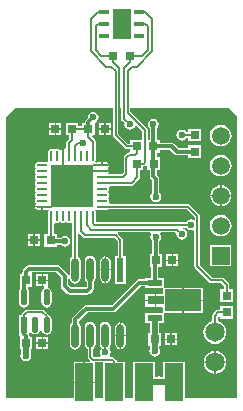
<source format=gtl>
G04*
G04 #@! TF.GenerationSoftware,Altium Limited,CircuitStudio,1.5.2 (30)*
G04*
G04 Layer_Physical_Order=1*
G04 Layer_Color=255*
%FSLAX25Y25*%
%MOIN*%
G70*
G01*
G75*
%ADD10R,0.06000X0.12598*%
%ADD11O,0.02400X0.08000*%
%ADD12R,0.02400X0.08000*%
%ADD13R,0.05118X0.02165*%
%ADD14R,0.05807X0.03150*%
%ADD15R,0.12303X0.07284*%
G04:AMPARAMS|DCode=16|XSize=55.4mil|YSize=22.67mil|CornerRadius=11.34mil|HoleSize=0mil|Usage=FLASHONLY|Rotation=90.000|XOffset=0mil|YOffset=0mil|HoleType=Round|Shape=RoundedRectangle|*
%AMROUNDEDRECTD16*
21,1,0.05540,0.00000,0,0,90.0*
21,1,0.03273,0.02267,0,0,90.0*
1,1,0.02267,0.00000,0.01636*
1,1,0.02267,0.00000,-0.01636*
1,1,0.02267,0.00000,-0.01636*
1,1,0.02267,0.00000,0.01636*
%
%ADD16ROUNDEDRECTD16*%
%ADD17R,0.02267X0.05540*%
%ADD18R,0.03000X0.03000*%
%ADD19R,0.03000X0.03000*%
%ADD20O,0.00984X0.03543*%
%ADD21O,0.03543X0.00984*%
%ADD22R,0.14173X0.14173*%
%ADD23R,0.03347X0.01772*%
%ADD24R,0.06299X0.09843*%
%ADD25C,0.01969*%
%ADD26C,0.00600*%
%ADD27C,0.00787*%
%ADD28C,0.01181*%
%ADD29C,0.05906*%
%ADD30R,0.05906X0.05906*%
%ADD31C,0.06500*%
%ADD32C,0.02362*%
%ADD33C,0.02756*%
G36*
X335415Y208956D02*
Y208194D01*
X335023Y207985D01*
X334915Y207983D01*
X334252Y208115D01*
X333557Y207977D01*
X332968Y207583D01*
X332723Y207217D01*
X302788D01*
X302692Y207299D01*
X302441Y207717D01*
X302491Y207972D01*
Y210531D01*
X302407Y210958D01*
X302296Y211122D01*
X302657Y211483D01*
X302822Y211373D01*
X303248Y211288D01*
X305807D01*
X306233Y211373D01*
X306399Y211484D01*
X332888D01*
X335415Y208956D01*
D02*
G37*
G36*
X349606Y242520D02*
Y148425D01*
X332124D01*
Y160718D01*
X324924D01*
Y155552D01*
X324411D01*
X324317Y155615D01*
X323622Y155753D01*
X322927Y155615D01*
X322834Y155552D01*
X322124D01*
Y160718D01*
X314924D01*
Y148425D01*
X312124D01*
Y160718D01*
X309441D01*
Y160768D01*
X309371Y161119D01*
X309173Y161417D01*
X308523Y162066D01*
X308225Y162265D01*
X307874Y162335D01*
X307329D01*
X307062Y162835D01*
X307308Y163203D01*
X307446Y163898D01*
X307308Y164593D01*
X306914Y165182D01*
X307174Y165609D01*
X307326Y165836D01*
X307465Y166539D01*
Y172139D01*
X307326Y172841D01*
X306928Y173436D01*
X306332Y173834D01*
X305630Y173974D01*
X304928Y173834D01*
X304332Y173436D01*
X303934Y172841D01*
X303795Y172139D01*
Y166539D01*
X303934Y165836D01*
X304086Y165609D01*
X304346Y165182D01*
X303952Y164593D01*
X303814Y163898D01*
X303952Y163203D01*
X304198Y162835D01*
X303931Y162335D01*
X301955D01*
X301548Y162742D01*
Y164987D01*
X301928Y165241D01*
X302326Y165836D01*
X302465Y166539D01*
Y172139D01*
X302326Y172841D01*
X301928Y173436D01*
X301332Y173834D01*
X300630Y173974D01*
X299928Y173834D01*
X299332Y173436D01*
X298934Y172841D01*
X298795Y172139D01*
Y166539D01*
X298934Y165836D01*
X299332Y165241D01*
X299712Y164987D01*
Y162362D01*
X299782Y162011D01*
X299981Y161713D01*
X300576Y161118D01*
X300369Y160618D01*
X298774D01*
Y154069D01*
X302024D01*
Y160500D01*
X304924D01*
Y148425D01*
X302024D01*
Y153569D01*
X295024D01*
Y148425D01*
X272441D01*
Y242126D01*
X275590Y245276D01*
X308119D01*
Y236239D01*
X308188Y235888D01*
X308387Y235591D01*
X312169Y231809D01*
X312466Y231610D01*
X312817Y231541D01*
X313992D01*
Y230445D01*
X313386D01*
X313035Y230375D01*
X312737Y230176D01*
X311950Y229389D01*
X311751Y229091D01*
X311681Y228740D01*
Y223608D01*
X311234Y223162D01*
X306854D01*
X306850Y223166D01*
X306632Y223662D01*
X306742Y223826D01*
X306769Y223963D01*
X304528D01*
Y224463D01*
X306769D01*
X306742Y224600D01*
X306522Y224928D01*
Y225466D01*
X306742Y225794D01*
X306769Y225931D01*
X304528D01*
Y226181D01*
X304278D01*
Y227193D01*
X303248D01*
X302861Y227116D01*
X302764Y227051D01*
X302396Y227232D01*
X302298Y227462D01*
X302407Y227625D01*
X302491Y228051D01*
Y230610D01*
X302407Y231036D01*
X302391Y231060D01*
Y234055D01*
X302314Y234443D01*
X302094Y234771D01*
X301277Y235589D01*
X301484Y236089D01*
X302100D01*
Y240289D01*
X302477Y240586D01*
X302859Y240842D01*
X303253Y241431D01*
X303391Y242126D01*
X303253Y242821D01*
X302859Y243410D01*
X302270Y243804D01*
X301575Y243942D01*
X300880Y243804D01*
X300291Y243410D01*
X299897Y242821D01*
X299759Y242126D01*
X299775Y242043D01*
X299142Y241409D01*
X298879Y241016D01*
X298786Y240551D01*
X298406Y240289D01*
X297900D01*
Y239202D01*
X296588D01*
Y240289D01*
X292388D01*
Y236089D01*
X293475D01*
Y235065D01*
X292788Y234378D01*
X292568Y234049D01*
X292491Y233661D01*
Y231767D01*
X291991Y231499D01*
X291922Y231545D01*
X291785Y231572D01*
Y229331D01*
X291285D01*
Y231572D01*
X291148Y231545D01*
X290947Y231410D01*
X290354Y231398D01*
X289993Y231639D01*
X289567Y231724D01*
X289141Y231639D01*
X288923Y231493D01*
X288583Y231433D01*
X288242Y231493D01*
X288025Y231639D01*
X287598Y231724D01*
X287172Y231639D01*
X286811Y231398D01*
X286570Y231036D01*
X286485Y230610D01*
Y228051D01*
X286570Y227625D01*
X286680Y227460D01*
X286319Y227100D01*
X286155Y227210D01*
X285728Y227295D01*
X283169D01*
X282743Y227210D01*
X282382Y226969D01*
X282140Y226607D01*
X282056Y226181D01*
X282140Y225755D01*
X282286Y225537D01*
X282347Y225197D01*
X282286Y224856D01*
X282140Y224639D01*
X282056Y224213D01*
X282140Y223786D01*
X282286Y223569D01*
X282347Y223228D01*
X282286Y222888D01*
X282140Y222670D01*
X282056Y222244D01*
X282140Y221818D01*
X282286Y221600D01*
X282347Y221260D01*
X282286Y220919D01*
X282140Y220702D01*
X282056Y220276D01*
X282140Y219849D01*
X282286Y219632D01*
X282347Y219291D01*
X282286Y218951D01*
X282140Y218733D01*
X282056Y218307D01*
X282140Y217881D01*
X282286Y217663D01*
X282347Y217323D01*
X282286Y216982D01*
X282140Y216765D01*
X282056Y216339D01*
X282140Y215912D01*
X282286Y215695D01*
X282347Y215354D01*
X282286Y215014D01*
X282140Y214796D01*
X282056Y214370D01*
X282140Y213944D01*
X282382Y213583D01*
X282369Y212990D01*
X282235Y212789D01*
X282207Y212652D01*
X284449D01*
Y212402D01*
X284699D01*
Y211390D01*
X285728D01*
X286116Y211467D01*
X286213Y211532D01*
X286580Y211351D01*
X286679Y211121D01*
X286570Y210958D01*
X286485Y210531D01*
Y207972D01*
X286570Y207546D01*
X286585Y207523D01*
Y203281D01*
X285302D01*
Y199081D01*
X289502D01*
Y199574D01*
X290795D01*
X290842Y199503D01*
X291431Y199110D01*
X292126Y198971D01*
X292821Y199110D01*
X293410Y199503D01*
X293804Y200093D01*
X293942Y200787D01*
X293804Y201482D01*
X293410Y202071D01*
X292821Y202465D01*
X292126Y202603D01*
X291431Y202465D01*
X290842Y202071D01*
X290795Y202001D01*
X289502D01*
Y203281D01*
X288612D01*
Y206696D01*
X289112Y206963D01*
X289141Y206944D01*
X289567Y206859D01*
X289993Y206944D01*
X290211Y207089D01*
X290551Y207150D01*
X290892Y207089D01*
X291109Y206944D01*
X291535Y206859D01*
X291962Y206944D01*
X292179Y207089D01*
X292520Y207150D01*
X292860Y207089D01*
X293078Y206944D01*
X293504Y206859D01*
X293930Y206944D01*
X294055Y207027D01*
X294555Y206760D01*
Y195585D01*
X294332Y195436D01*
X293934Y194841D01*
X293795Y194139D01*
Y189647D01*
X293295Y189597D01*
X293247Y189835D01*
X292984Y190228D01*
X290622Y192591D01*
X290228Y192854D01*
X289764Y192946D01*
X289764Y192946D01*
X280315D01*
X280315Y192946D01*
X279927Y192869D01*
X279850Y192854D01*
X279457Y192591D01*
X279457Y192591D01*
X278287Y191421D01*
X278024Y191027D01*
X277932Y190563D01*
X277932Y190563D01*
Y189895D01*
X277046D01*
Y185695D01*
X277329D01*
Y184999D01*
X277293Y184975D01*
X276910Y184402D01*
X276776Y183725D01*
Y180452D01*
X276910Y179776D01*
X277293Y179203D01*
X277867Y178819D01*
X278543Y178685D01*
X279220Y178819D01*
X279793Y179203D01*
X280176Y179776D01*
X280311Y180452D01*
Y183725D01*
X280176Y184402D01*
X279793Y184975D01*
X279757Y184999D01*
Y185695D01*
X281246D01*
Y189895D01*
X281246D01*
X281103Y190395D01*
X281185Y190518D01*
X289261D01*
X290912Y188867D01*
Y185827D01*
X290912Y185827D01*
X291004Y185362D01*
X291268Y184968D01*
X292842Y183394D01*
X292842Y183394D01*
X293236Y183131D01*
X293701Y183038D01*
X299606D01*
X299606Y183038D01*
X300071Y183131D01*
X300465Y183394D01*
X301488Y184417D01*
X301488Y184417D01*
X301751Y184811D01*
X301844Y185276D01*
X301844Y185276D01*
Y187185D01*
X301928Y187241D01*
X302326Y187836D01*
X302465Y188539D01*
Y194139D01*
X302326Y194841D01*
X301928Y195436D01*
X301332Y195834D01*
X300630Y195974D01*
X299928Y195834D01*
X299332Y195436D01*
X298934Y194841D01*
X298795Y194139D01*
Y188539D01*
X298934Y187836D01*
X299332Y187241D01*
X299416Y187185D01*
Y185778D01*
X299103Y185466D01*
X294204D01*
X293340Y186330D01*
Y188262D01*
X293840Y188311D01*
X293934Y187836D01*
X294332Y187241D01*
X294928Y186843D01*
X295630Y186703D01*
X296332Y186843D01*
X296928Y187241D01*
X297325Y187836D01*
X297465Y188539D01*
Y194139D01*
X297325Y194841D01*
X296928Y195436D01*
X296390Y195796D01*
Y203198D01*
X296505Y203280D01*
X296890Y203387D01*
X298170Y202107D01*
X298468Y201908D01*
X298819Y201838D01*
X308675D01*
X309712Y200801D01*
Y195939D01*
X308830D01*
Y186739D01*
X312430D01*
Y195939D01*
X311548D01*
Y201181D01*
X311489Y201474D01*
X311478Y201532D01*
X311279Y201830D01*
X309802Y203307D01*
X309909Y203691D01*
X309991Y203807D01*
X320663D01*
X320930Y203307D01*
X320763Y203057D01*
X320625Y202362D01*
X320763Y201667D01*
X321157Y201078D01*
X321239Y201023D01*
Y196588D01*
X320353D01*
Y192388D01*
X320833D01*
Y188691D01*
X318888D01*
Y188222D01*
X316929D01*
X316929Y188222D01*
X316465Y188129D01*
X316071Y187866D01*
X316071Y187866D01*
X307765Y179560D01*
X299213D01*
X299213Y179560D01*
X298748Y179468D01*
X298354Y179205D01*
X294772Y175622D01*
X294508Y175228D01*
X294416Y174764D01*
X294416Y174764D01*
Y173492D01*
X294332Y173436D01*
X293934Y172841D01*
X293795Y172139D01*
Y166539D01*
X293934Y165836D01*
X294332Y165241D01*
X294928Y164843D01*
X295630Y164703D01*
X296332Y164843D01*
X296928Y165241D01*
X297325Y165836D01*
X297465Y166539D01*
Y172139D01*
X297325Y172841D01*
X296928Y173436D01*
X296844Y173492D01*
Y174261D01*
X299715Y177133D01*
X308268D01*
X308268Y177133D01*
X308732Y177225D01*
X309126Y177488D01*
X317432Y185794D01*
X318888D01*
Y185325D01*
X324378D01*
X324732Y185264D01*
X324732D01*
D01*
X324737Y185263D01*
X324835Y185246D01*
X324837Y185245D01*
X324842Y185245D01*
X324842Y185245D01*
X324844Y185244D01*
X324844Y185244D01*
X324845Y185244D01*
Y185240D01*
X324845Y185237D01*
X324845Y185232D01*
X324845Y185206D01*
Y185189D01*
Y185147D01*
Y185136D01*
Y185118D01*
Y185085D01*
Y185058D01*
X324845Y184992D01*
Y184992D01*
Y184825D01*
Y183177D01*
X322642D01*
Y181102D01*
Y179028D01*
X324491D01*
X324845Y178674D01*
Y177380D01*
X324845Y177213D01*
Y177213D01*
X324845Y177146D01*
Y177120D01*
Y177087D01*
Y177069D01*
Y177057D01*
Y177015D01*
Y176998D01*
Y176972D01*
Y176968D01*
X324845Y176964D01*
Y176961D01*
X324844Y176961D01*
X324844Y176961D01*
X324842Y176960D01*
X324842Y176960D01*
X324837Y176959D01*
X324835Y176959D01*
X324737Y176942D01*
X324732Y176941D01*
D01*
D01*
X324378Y176880D01*
X324378D01*
X318888D01*
Y173514D01*
X320444D01*
Y170210D01*
X319959D01*
Y166010D01*
X320432D01*
Y164962D01*
X320370Y164868D01*
X320231Y164173D01*
X320370Y163478D01*
X320763Y162889D01*
X321352Y162496D01*
X322047Y162357D01*
X322742Y162496D01*
X323331Y162889D01*
X323725Y163478D01*
X323863Y164173D01*
X323725Y164868D01*
X323662Y164962D01*
Y166010D01*
X324159D01*
Y170210D01*
X323674D01*
Y173514D01*
X325206D01*
Y176461D01*
X325206Y176627D01*
Y176627D01*
X325206Y176694D01*
Y176720D01*
Y176753D01*
Y176771D01*
Y176783D01*
Y176825D01*
Y176842D01*
Y176868D01*
Y176873D01*
X325206Y176876D01*
Y176880D01*
X325207Y176880D01*
X325207Y176880D01*
X325209Y176880D01*
X325209Y176880D01*
X325213Y176881D01*
X325216Y176881D01*
X325314Y176898D01*
X325319Y176899D01*
D01*
D01*
X325673Y176961D01*
X331246D01*
Y181102D01*
Y185244D01*
X325673D01*
X325319Y185306D01*
X325319D01*
D01*
X325314Y185307D01*
X325216Y185324D01*
X325213Y185324D01*
X325209Y185325D01*
X325209Y185325D01*
X325207Y185325D01*
X325207Y185325D01*
X325206Y185325D01*
Y185329D01*
X325206Y185332D01*
X325206Y185337D01*
X325206Y185363D01*
Y185380D01*
Y185422D01*
Y185433D01*
Y185451D01*
Y185484D01*
Y185511D01*
X325206Y185578D01*
Y185578D01*
Y185744D01*
Y188691D01*
X323261D01*
Y192388D01*
X324553D01*
Y196588D01*
X323667D01*
Y201039D01*
X323725Y201078D01*
X324119Y201667D01*
X324257Y202362D01*
X324119Y203057D01*
X323952Y203307D01*
X324219Y203807D01*
X328967D01*
X329333Y203384D01*
X329286Y203150D01*
X329425Y202455D01*
X329818Y201866D01*
X330407Y201472D01*
X331102Y201334D01*
X331797Y201472D01*
X332386Y201866D01*
X332780Y202455D01*
X332918Y203150D01*
X332780Y203845D01*
X332386Y204434D01*
X331797Y204827D01*
X331525Y204882D01*
X331574Y205382D01*
X332723D01*
X332968Y205015D01*
X333557Y204622D01*
X334252Y204483D01*
X334803Y204593D01*
X335303Y204304D01*
Y192520D01*
X335373Y192168D01*
X335572Y191871D01*
X340296Y187146D01*
X340594Y186948D01*
X340652Y186936D01*
X340945Y186878D01*
X344108D01*
X345145Y185840D01*
Y184765D01*
X343963D01*
Y180565D01*
X348163D01*
Y184765D01*
X346981D01*
Y186221D01*
X346922Y186513D01*
X346911Y186572D01*
X346712Y186869D01*
X345137Y188444D01*
X344839Y188643D01*
X344488Y188713D01*
X341325D01*
X337138Y192900D01*
Y205022D01*
X337181Y205086D01*
X337251Y205437D01*
Y209336D01*
X337192Y209629D01*
X337181Y209687D01*
X336982Y209985D01*
X333917Y213050D01*
X333619Y213249D01*
X333268Y213319D01*
X307020D01*
X306752Y213819D01*
X306836Y213944D01*
X306921Y214370D01*
X306836Y214796D01*
X306690Y215014D01*
X306630Y215354D01*
X306690Y215695D01*
X306836Y215912D01*
X306921Y216339D01*
X306836Y216765D01*
X306594Y217126D01*
Y217520D01*
X306836Y217881D01*
X306921Y218307D01*
X306836Y218733D01*
X306752Y218858D01*
X307020Y219358D01*
X314370D01*
X314721Y219428D01*
X315019Y219627D01*
X316872Y221480D01*
X317071Y221777D01*
X317141Y222128D01*
Y224609D01*
X318323D01*
Y225791D01*
X318441D01*
X318793Y225861D01*
X319090Y226060D01*
X319123Y226093D01*
X319623Y225886D01*
Y224609D01*
X320440D01*
Y222441D01*
X320440Y222441D01*
X320532Y221976D01*
X320795Y221583D01*
X321227Y221151D01*
Y217079D01*
X321157Y217032D01*
X320763Y216443D01*
X320625Y215748D01*
X320763Y215053D01*
X321157Y214464D01*
X321746Y214070D01*
X322441Y213932D01*
X323136Y214070D01*
X323725Y214464D01*
X324119Y215053D01*
X324257Y215748D01*
X324119Y216443D01*
X323725Y217032D01*
X323655Y217079D01*
Y221654D01*
X323562Y222118D01*
X323299Y222512D01*
X323299Y222512D01*
X322867Y222944D01*
Y224609D01*
X323823D01*
Y228809D01*
X322867D01*
Y230358D01*
X323692D01*
Y231244D01*
X327275D01*
X328657Y229862D01*
X328657Y229862D01*
X329051Y229599D01*
X329516Y229507D01*
X329516Y229507D01*
X333333D01*
Y228621D01*
X337533D01*
Y232821D01*
X333333D01*
Y231934D01*
X330018D01*
X328636Y233317D01*
X328242Y233580D01*
X327778Y233672D01*
X327778Y233672D01*
X323692D01*
Y234558D01*
X322867D01*
Y238433D01*
X322938Y238480D01*
X323331Y239069D01*
X323469Y239764D01*
X323331Y240459D01*
X322938Y241048D01*
X322348Y241441D01*
X321654Y241580D01*
X320959Y241441D01*
X320369Y241048D01*
X319976Y240459D01*
X319838Y239764D01*
X319976Y239069D01*
X320369Y238480D01*
X320440Y238433D01*
Y234558D01*
X319815D01*
Y237795D01*
X319757Y238088D01*
X319745Y238146D01*
X319547Y238444D01*
X313929Y244062D01*
Y245276D01*
X346850D01*
X349606Y242520D01*
D02*
G37*
G36*
X310893Y241732D02*
X310963Y241381D01*
X311162Y241083D01*
X312050Y240196D01*
X311964Y239764D01*
X312102Y239069D01*
X312495Y238480D01*
X313085Y238086D01*
X313779Y237948D01*
X314475Y238086D01*
X315064Y238480D01*
X315457Y239069D01*
X315484Y239204D01*
X316027Y239369D01*
X317980Y237415D01*
Y234558D01*
X313992D01*
Y233376D01*
X313197D01*
X309954Y236619D01*
Y245276D01*
X310893D01*
Y241732D01*
D02*
G37*
%LPC*%
G36*
X348163Y179265D02*
X343963D01*
Y178083D01*
X343307D01*
X342956Y178013D01*
X342658Y177814D01*
X341477Y176633D01*
X341278Y176335D01*
X341208Y175984D01*
Y174235D01*
X341121Y174223D01*
X340184Y173835D01*
X339380Y173218D01*
X338763Y172414D01*
X338375Y171477D01*
X338243Y170473D01*
X338375Y169467D01*
X338763Y168531D01*
X339380Y167727D01*
X340184Y167110D01*
X341121Y166722D01*
X342126Y166589D01*
X343131Y166722D01*
X344068Y167110D01*
X344872Y167727D01*
X345489Y168531D01*
X345877Y169467D01*
X346009Y170473D01*
X345877Y171477D01*
X345489Y172414D01*
X344872Y173218D01*
X344068Y173835D01*
X343131Y174223D01*
X343044Y174235D01*
Y175604D01*
X343463Y176024D01*
X343963Y175816D01*
Y175065D01*
X348163D01*
Y179265D01*
D02*
G37*
G36*
X338148Y180852D02*
X331746D01*
Y176961D01*
X338148D01*
Y180852D01*
D02*
G37*
G36*
X310380Y173822D02*
X309967Y173740D01*
X309404Y173364D01*
X309029Y172802D01*
X308897Y172139D01*
Y169589D01*
X310380D01*
Y173822D01*
D02*
G37*
G36*
X310880D02*
Y169589D01*
X312363D01*
Y172139D01*
X312231Y172802D01*
X311856Y173364D01*
X311293Y173740D01*
X310880Y173822D01*
D02*
G37*
G36*
X284646Y178083D02*
X279528D01*
X279235Y178025D01*
X279176Y178013D01*
X278879Y177814D01*
X277894Y176830D01*
X277695Y176532D01*
X277669Y176399D01*
X276810D01*
Y169659D01*
X276901D01*
X276991Y169507D01*
X277046Y169029D01*
X277046D01*
Y164829D01*
X277530D01*
Y163405D01*
X277456Y163293D01*
X277318Y162598D01*
X277456Y161904D01*
X277850Y161314D01*
X278439Y160921D01*
X279134Y160782D01*
X279829Y160921D01*
X280418Y161314D01*
X280812Y161904D01*
X280950Y162598D01*
X280812Y163293D01*
X280761Y163369D01*
Y164829D01*
X281246D01*
Y169029D01*
X280748D01*
X280360Y169280D01*
X280277Y169695D01*
Y170368D01*
X280361Y170430D01*
X281041Y170312D01*
X281106Y170215D01*
X281646Y169854D01*
X282033Y169777D01*
Y173029D01*
X282534D01*
Y169777D01*
X282921Y169854D01*
X283461Y170215D01*
X283822Y170756D01*
X283848Y170884D01*
X284358D01*
X284391Y170717D01*
X284774Y170143D01*
X285347Y169760D01*
X286024Y169625D01*
X286700Y169760D01*
X287273Y170143D01*
X287657Y170717D01*
X287791Y171393D01*
Y174666D01*
X287657Y175342D01*
X287273Y175916D01*
X286816Y176221D01*
X286672Y176436D01*
X285295Y177814D01*
X284997Y178013D01*
X284646Y178083D01*
D02*
G37*
G36*
X286646Y187545D02*
X284896D01*
Y185795D01*
X285170D01*
X285181Y185767D01*
X285253Y185295D01*
X284774Y184975D01*
X284391Y184402D01*
X284256Y183725D01*
Y180452D01*
X284391Y179776D01*
X284774Y179203D01*
X285347Y178819D01*
X286024Y178685D01*
X286700Y178819D01*
X287273Y179203D01*
X287657Y179776D01*
X287791Y180452D01*
Y183725D01*
X287657Y184402D01*
X287273Y184975D01*
X286811Y185284D01*
X286657Y185737D01*
X286646Y186221D01*
Y186243D01*
Y186266D01*
Y186266D01*
X286646D01*
Y187545D01*
D02*
G37*
G36*
X305380Y191089D02*
X303897D01*
Y188539D01*
X304029Y187875D01*
X304404Y187313D01*
X304967Y186937D01*
X305380Y186855D01*
Y191089D01*
D02*
G37*
G36*
X307363D02*
X305880D01*
Y186855D01*
X306293Y186937D01*
X306856Y187313D01*
X307231Y187875D01*
X307363Y188539D01*
Y191089D01*
D02*
G37*
G36*
X286646Y189795D02*
X284896D01*
Y188045D01*
X286646D01*
Y189795D01*
D02*
G37*
G36*
X284396D02*
X282646D01*
Y188045D01*
X284396D01*
Y189795D01*
D02*
G37*
G36*
X338148Y185244D02*
X331746D01*
Y181352D01*
X338148D01*
Y185244D01*
D02*
G37*
G36*
X322142Y180852D02*
X318988D01*
Y179028D01*
X322142D01*
Y180852D01*
D02*
G37*
G36*
X284396Y187545D02*
X282646D01*
Y185795D01*
X284396D01*
Y187545D01*
D02*
G37*
G36*
X322142Y183177D02*
X318988D01*
Y181352D01*
X322142D01*
Y183177D01*
D02*
G37*
G36*
X342376Y164222D02*
Y160722D01*
X345875D01*
X345779Y161451D01*
X345402Y162364D01*
X344800Y163147D01*
X344017Y163748D01*
X343105Y164126D01*
X342376Y164222D01*
D02*
G37*
G36*
X312363Y169089D02*
X310880D01*
Y164855D01*
X311293Y164937D01*
X311856Y165313D01*
X312231Y165875D01*
X312363Y166539D01*
Y169089D01*
D02*
G37*
G36*
X310380D02*
X308897D01*
Y166539D01*
X309029Y165875D01*
X309404Y165313D01*
X309967Y164937D01*
X310380Y164855D01*
Y169089D01*
D02*
G37*
G36*
X341876Y164222D02*
X341147Y164126D01*
X340235Y163748D01*
X339452Y163147D01*
X338850Y162364D01*
X338473Y161451D01*
X338376Y160722D01*
X341876D01*
Y164222D01*
D02*
G37*
G36*
X298274Y160618D02*
X295024D01*
Y154069D01*
X298274D01*
Y160618D01*
D02*
G37*
G36*
X341876Y160222D02*
X338376D01*
X338473Y159494D01*
X338850Y158581D01*
X339452Y157798D01*
X340235Y157197D01*
X341147Y156819D01*
X341876Y156723D01*
Y160222D01*
D02*
G37*
G36*
X345875D02*
X342376D01*
Y156723D01*
X343105Y156819D01*
X344017Y157197D01*
X344800Y157798D01*
X345402Y158581D01*
X345779Y159494D01*
X345875Y160222D01*
D02*
G37*
G36*
X284396Y166679D02*
X282646D01*
Y164929D01*
X284396D01*
Y166679D01*
D02*
G37*
G36*
X286646Y168929D02*
X284896D01*
Y167179D01*
X286646D01*
Y168929D01*
D02*
G37*
G36*
X327309Y170110D02*
X325559D01*
Y168360D01*
X327309D01*
Y170110D01*
D02*
G37*
G36*
X329559D02*
X327809D01*
Y168360D01*
X329559D01*
Y170110D01*
D02*
G37*
G36*
X284396Y168929D02*
X282646D01*
Y167179D01*
X284396D01*
Y168929D01*
D02*
G37*
G36*
X286646Y166679D02*
X284896D01*
Y164929D01*
X286646D01*
Y166679D01*
D02*
G37*
G36*
X327309Y167860D02*
X325559D01*
Y166110D01*
X327309D01*
Y167860D01*
D02*
G37*
G36*
X329559D02*
X327809D01*
Y166110D01*
X329559D01*
Y167860D01*
D02*
G37*
G36*
X344094Y239646D02*
X343167Y239524D01*
X342303Y239166D01*
X341561Y238597D01*
X340991Y237855D01*
X340633Y236990D01*
X340511Y236063D01*
X340633Y235136D01*
X340991Y234271D01*
X341561Y233529D01*
X342303Y232960D01*
X343167Y232602D01*
X344094Y232480D01*
X345022Y232602D01*
X345886Y232960D01*
X346628Y233529D01*
X347198Y234271D01*
X347556Y235136D01*
X347678Y236063D01*
X347556Y236990D01*
X347198Y237855D01*
X346628Y238597D01*
X345886Y239166D01*
X345022Y239524D01*
X344094Y239646D01*
D02*
G37*
G36*
X288738Y237939D02*
X286988D01*
Y236189D01*
X288738D01*
Y237939D01*
D02*
G37*
G36*
X290988D02*
X289238D01*
Y236189D01*
X290988D01*
Y237939D01*
D02*
G37*
G36*
X305807Y227193D02*
X304778D01*
Y226431D01*
X306769D01*
X306742Y226568D01*
X306522Y226896D01*
X306194Y227116D01*
X305807Y227193D01*
D02*
G37*
G36*
X343845Y219513D02*
X343193Y219427D01*
X342353Y219079D01*
X341632Y218526D01*
X341078Y217804D01*
X340731Y216964D01*
X340645Y216313D01*
X343845D01*
Y219513D01*
D02*
G37*
G36*
X344344D02*
Y216313D01*
X347544D01*
X347458Y216964D01*
X347110Y217804D01*
X346557Y218526D01*
X345836Y219079D01*
X344996Y219427D01*
X344344Y219513D01*
D02*
G37*
G36*
X344094Y229646D02*
X343167Y229524D01*
X342303Y229166D01*
X341561Y228597D01*
X340991Y227855D01*
X340633Y226991D01*
X340511Y226063D01*
X340633Y225136D01*
X340991Y224271D01*
X341561Y223529D01*
X342303Y222960D01*
X343167Y222602D01*
X344094Y222480D01*
X345022Y222602D01*
X345886Y222960D01*
X346628Y223529D01*
X347198Y224271D01*
X347556Y225136D01*
X347678Y226063D01*
X347556Y226991D01*
X347198Y227855D01*
X346628Y228597D01*
X345886Y229166D01*
X345022Y229524D01*
X344094Y229646D01*
D02*
G37*
G36*
X305250Y240189D02*
X303500D01*
Y238439D01*
X305250D01*
Y240189D01*
D02*
G37*
G36*
X307500D02*
X305750D01*
Y238439D01*
X307500D01*
Y240189D01*
D02*
G37*
G36*
X290988D02*
X289238D01*
Y238439D01*
X290988D01*
Y240189D01*
D02*
G37*
G36*
X288738D02*
X286988D01*
Y238439D01*
X288738D01*
Y240189D01*
D02*
G37*
G36*
X305250Y237939D02*
X303500D01*
Y236189D01*
X305250D01*
Y237939D01*
D02*
G37*
G36*
X307500D02*
X305750D01*
Y236189D01*
X307500D01*
Y237939D01*
D02*
G37*
G36*
X337533Y238320D02*
X333333D01*
Y237138D01*
X332631D01*
X332386Y237505D01*
X331797Y237898D01*
X331102Y238036D01*
X330407Y237898D01*
X329818Y237505D01*
X329425Y236915D01*
X329286Y236221D01*
X329425Y235525D01*
X329818Y234936D01*
X330407Y234543D01*
X331102Y234404D01*
X331797Y234543D01*
X332386Y234936D01*
X332631Y235303D01*
X333333D01*
Y234120D01*
X337533D01*
Y238320D01*
D02*
G37*
G36*
X347544Y215813D02*
X344344D01*
Y212613D01*
X344996Y212699D01*
X345836Y213047D01*
X346557Y213600D01*
X347110Y214322D01*
X347458Y215162D01*
X347544Y215813D01*
D02*
G37*
G36*
X347647Y199616D02*
X340542D01*
Y192510D01*
X347647D01*
Y199616D01*
D02*
G37*
G36*
X327703Y196488D02*
X325953D01*
Y194738D01*
X327703D01*
Y196488D01*
D02*
G37*
G36*
X329953D02*
X328203D01*
Y194738D01*
X329953D01*
Y196488D01*
D02*
G37*
G36*
Y194238D02*
X328203D01*
Y192488D01*
X329953D01*
Y194238D01*
D02*
G37*
G36*
X305380Y195822D02*
X304967Y195740D01*
X304404Y195364D01*
X304029Y194802D01*
X303897Y194139D01*
Y191589D01*
X305380D01*
Y195822D01*
D02*
G37*
G36*
X305880D02*
Y191589D01*
X307363D01*
Y194139D01*
X307231Y194802D01*
X306856Y195364D01*
X306293Y195740D01*
X305880Y195822D01*
D02*
G37*
G36*
X327703Y194238D02*
X325953D01*
Y192488D01*
X327703D01*
Y194238D01*
D02*
G37*
G36*
X344094Y209646D02*
X343167Y209524D01*
X342303Y209166D01*
X341561Y208597D01*
X340991Y207855D01*
X340633Y206991D01*
X340511Y206063D01*
X340633Y205136D01*
X340991Y204271D01*
X341561Y203529D01*
X342303Y202960D01*
X343167Y202602D01*
X344094Y202480D01*
X345022Y202602D01*
X345886Y202960D01*
X346628Y203529D01*
X347198Y204271D01*
X347556Y205136D01*
X347678Y206063D01*
X347556Y206991D01*
X347198Y207855D01*
X346628Y208597D01*
X345886Y209166D01*
X345022Y209524D01*
X344094Y209646D01*
D02*
G37*
G36*
X284199Y212152D02*
X282207D01*
X282235Y212015D01*
X282454Y211686D01*
X282782Y211467D01*
X283169Y211390D01*
X284199D01*
Y212152D01*
D02*
G37*
G36*
X343845Y215813D02*
X340645D01*
X340731Y215162D01*
X341078Y214322D01*
X341632Y213600D01*
X342353Y213047D01*
X343193Y212699D01*
X343845Y212613D01*
Y215813D01*
D02*
G37*
G36*
X283902Y203181D02*
X282152D01*
Y201431D01*
X283902D01*
Y203181D01*
D02*
G37*
G36*
X281651Y200931D02*
X279902D01*
Y199181D01*
X281651D01*
Y200931D01*
D02*
G37*
G36*
X283902D02*
X282152D01*
Y199181D01*
X283902D01*
Y200931D01*
D02*
G37*
G36*
X281651Y203181D02*
X279902D01*
Y201431D01*
X281651D01*
Y203181D01*
D02*
G37*
%LPD*%
D10*
X328524Y153819D02*
D03*
X318524D02*
D03*
X308524D02*
D03*
X298524D02*
D03*
D11*
X295630Y169339D02*
D03*
Y191339D02*
D03*
X305630Y169339D02*
D03*
X310630D02*
D03*
X305630Y191339D02*
D03*
X300630D02*
D03*
Y169339D02*
D03*
D12*
X310630Y191339D02*
D03*
D13*
X322047Y187008D02*
D03*
Y175197D02*
D03*
D14*
X322392Y181102D02*
D03*
D15*
X331496D02*
D03*
D16*
X278543Y182089D02*
D03*
X286024D02*
D03*
Y173029D02*
D03*
X282283D02*
D03*
D17*
X278543D02*
D03*
D18*
X335433Y236221D02*
D03*
Y230720D02*
D03*
X346063Y177165D02*
D03*
Y182665D02*
D03*
D19*
X327559Y168110D02*
D03*
X322059D02*
D03*
X284646Y187795D02*
D03*
X279146D02*
D03*
X284646Y166929D02*
D03*
X279146D02*
D03*
X327953Y194488D02*
D03*
X322453D02*
D03*
X316223Y226709D02*
D03*
X321723D02*
D03*
X316092Y232458D02*
D03*
X321592D02*
D03*
X308268Y262598D02*
D03*
X313768D02*
D03*
X294488Y238189D02*
D03*
X288988D02*
D03*
X287402Y201181D02*
D03*
X281902D02*
D03*
X300000Y238189D02*
D03*
X305500D02*
D03*
D20*
X301378Y229331D02*
D03*
X299410D02*
D03*
X297441D02*
D03*
X295472D02*
D03*
X293504D02*
D03*
X291535D02*
D03*
X289567D02*
D03*
X287598D02*
D03*
Y209252D02*
D03*
X289567D02*
D03*
X291535D02*
D03*
X293504D02*
D03*
X295472D02*
D03*
X297441D02*
D03*
X299410D02*
D03*
X301378D02*
D03*
D21*
X284449Y226181D02*
D03*
Y224213D02*
D03*
Y222244D02*
D03*
Y220276D02*
D03*
Y218307D02*
D03*
Y216339D02*
D03*
Y214370D02*
D03*
Y212402D02*
D03*
X304528D02*
D03*
Y214370D02*
D03*
Y216339D02*
D03*
Y218307D02*
D03*
Y220276D02*
D03*
Y222244D02*
D03*
Y224213D02*
D03*
Y226181D02*
D03*
D22*
X294488Y219291D02*
D03*
D23*
X305315Y273228D02*
D03*
X316732D02*
D03*
Y277165D02*
D03*
X305315D02*
D03*
Y269291D02*
D03*
X316732D02*
D03*
D24*
X311024Y273228D02*
D03*
D25*
X322047Y164173D02*
Y168098D01*
X322047Y175197D02*
X322059Y175185D01*
Y168110D02*
Y175185D01*
X322047Y168098D02*
X322059Y168110D01*
X279146Y162610D02*
Y166929D01*
X323622Y153937D02*
X328405D01*
X318642D02*
X323622D01*
D26*
X342126Y170473D02*
Y175984D01*
X343307Y177165D01*
X346063D01*
Y182665D02*
Y186221D01*
X344488Y187795D02*
X346063Y186221D01*
X340945Y187795D02*
X344488D01*
X336221Y192520D02*
X340945Y187795D01*
X336221Y192520D02*
Y205325D01*
X333268Y212402D02*
X336333Y209336D01*
Y205437D02*
Y209336D01*
X336221Y205325D02*
X336333Y205437D01*
X304528Y212402D02*
X333268D01*
X284449D02*
X287598D01*
X291535Y222244D02*
Y229331D01*
X299410Y224213D02*
X304528D01*
X301378Y226181D02*
X304528D01*
X284646Y177165D02*
X286024Y175787D01*
X279528Y177165D02*
X284646D01*
X286024Y173029D02*
Y175787D01*
X278543Y176181D02*
X279528Y177165D01*
X278543Y173029D02*
Y176181D01*
X305630Y163898D02*
Y169339D01*
X301575Y161417D02*
X307874D01*
X300630Y162362D02*
X301575Y161417D01*
X300630Y162362D02*
Y169339D01*
X307874Y161417D02*
X308524Y160768D01*
Y153819D02*
Y160768D01*
X310630Y191339D02*
Y201181D01*
X309055Y202756D02*
X310630Y201181D01*
X298819Y202756D02*
X309055D01*
X297441Y204134D02*
X298819Y202756D01*
X297441Y204134D02*
Y209252D01*
X295472Y191496D02*
X295630Y191339D01*
X295472Y191496D02*
Y209252D01*
X329528Y204724D02*
X331102Y203150D01*
X300787Y204724D02*
X329528D01*
X299410Y206102D02*
X300787Y204724D01*
X299410Y206102D02*
Y209252D01*
X301969Y206299D02*
X334252D01*
X301378Y206890D02*
X301969Y206299D01*
X301378Y206890D02*
Y209252D01*
X296457Y233465D02*
X298031D01*
X295472Y232480D02*
X296457Y233465D01*
X321592Y232458D02*
X321654Y232520D01*
X331102Y236221D02*
X335433D01*
X295472Y229331D02*
Y232480D01*
X304528Y222244D02*
X311614D01*
X312598Y223228D01*
Y228740D01*
X313386Y229528D01*
X315354D01*
X316092Y230265D01*
Y232458D01*
X312817D02*
X316092D01*
X309036Y236239D02*
X312817Y232458D01*
X310236Y239764D02*
X313386Y236614D01*
X310236Y239764D02*
Y258661D01*
X311811Y241732D02*
X313779Y239764D01*
X311811Y241732D02*
Y258661D01*
X318898Y227165D02*
Y237795D01*
X313011Y243682D02*
X318898Y237795D01*
X313011Y243682D02*
Y257499D01*
X304528Y220276D02*
X314370D01*
X316223Y222128D01*
Y226709D01*
X318441D01*
X318898Y227165D01*
X303150Y273228D02*
X305315D01*
X302362Y272441D02*
X303150Y273228D01*
X302362Y264567D02*
Y272441D01*
X308279Y260618D02*
X310236Y258661D01*
X308279Y260618D02*
Y262598D01*
X303150Y277165D02*
X305315D01*
X300787Y274803D02*
X303150Y277165D01*
X302362Y264567D02*
X304331Y262598D01*
X308279D01*
X300787Y264173D02*
Y274803D01*
Y264173D02*
X305906Y259055D01*
X307480D01*
X309036Y257499D01*
Y236239D02*
Y257499D01*
X313011D02*
X314567Y259055D01*
X316142D01*
X321260Y264173D01*
Y274803D01*
X313768Y262598D02*
X317717D01*
X319685Y264567D01*
X318898Y277165D02*
X321260Y274803D01*
X316732Y277165D02*
X318898D01*
X313768Y260618D02*
Y262598D01*
X311811Y258661D02*
X313768Y260618D01*
X319685Y264567D02*
Y272441D01*
X318898Y273228D02*
X319685Y272441D01*
X316732Y273228D02*
X318898D01*
D27*
X287598Y201378D02*
Y209252D01*
X300000Y235433D02*
Y238189D01*
Y235433D02*
X301378Y234055D01*
Y229331D02*
Y234055D01*
X294488Y238189D02*
X300000D01*
X294488Y234646D02*
Y238189D01*
X293504Y233661D02*
X294488Y234646D01*
X293504Y229331D02*
Y233661D01*
D28*
X287795Y200787D02*
X292126D01*
X308268Y178347D02*
X316929Y187008D01*
X299213Y178347D02*
X308268D01*
X295630Y174764D02*
X299213Y178347D01*
X316929Y187008D02*
X322047D01*
X295630Y169339D02*
Y174764D01*
X329516Y230720D02*
X335433D01*
X327778Y232458D02*
X329516Y230720D01*
X321592Y232458D02*
X327778D01*
X321654Y222441D02*
Y232397D01*
X321592Y232458D02*
X321654Y232397D01*
Y222441D02*
X322441Y221654D01*
Y215748D02*
Y221654D01*
Y201945D02*
Y202362D01*
Y201945D02*
X322453Y201957D01*
Y194488D02*
Y201957D01*
X322047Y194083D02*
X322453Y194488D01*
X322047Y187008D02*
Y194083D01*
X300630Y185276D02*
Y191339D01*
X299606Y184252D02*
X300630Y185276D01*
X293701Y184252D02*
X299606D01*
X292126Y185827D02*
X293701Y184252D01*
X292126Y185827D02*
Y189370D01*
X289764Y191732D02*
X292126Y189370D01*
X280315Y191732D02*
X289764D01*
X279146Y190563D02*
X280315Y191732D01*
X279146Y187795D02*
Y190563D01*
X278543Y182089D02*
Y187193D01*
X279146Y166929D02*
Y169280D01*
X278543Y169882D02*
X279146Y169280D01*
X278543Y169882D02*
Y173029D01*
X300000Y240551D02*
X301575Y242126D01*
X300000Y238189D02*
Y240551D01*
X321654Y232520D02*
Y239764D01*
D29*
X344094Y236063D02*
D03*
Y226063D02*
D03*
Y216063D02*
D03*
Y206063D02*
D03*
D30*
Y196063D02*
D03*
D31*
X342126Y160473D02*
D03*
Y170473D02*
D03*
D32*
X322047Y164173D02*
D03*
X292126Y200787D02*
D03*
X322441Y215748D02*
D03*
Y202362D02*
D03*
X279134Y162598D02*
D03*
X298524Y153819D02*
D03*
X323622Y153937D02*
D03*
X305630Y163898D02*
D03*
X331102Y203150D02*
D03*
X334252Y206299D02*
D03*
X301575Y242126D02*
D03*
X298031Y233465D02*
D03*
X331102Y236221D02*
D03*
X313386Y236614D02*
D03*
X321654Y239764D02*
D03*
X313779Y239764D02*
D03*
X298819Y223622D02*
D03*
Y219291D02*
D03*
Y214961D02*
D03*
X294488Y223622D02*
D03*
Y219291D02*
D03*
Y214961D02*
D03*
X290158Y223622D02*
D03*
Y219291D02*
D03*
Y214961D02*
D03*
D33*
X277953Y209055D02*
D03*
X279528Y238583D02*
D03*
X335039Y242126D02*
D03*
X330315Y219291D02*
D03*
X317323Y217323D02*
D03*
X316142Y209449D02*
D03*
X316535Y198031D02*
D03*
X335433Y164567D02*
D03*
X335827Y152362D02*
D03*
X281102Y153543D02*
D03*
X290551Y180709D02*
D03*
X305512Y182677D02*
D03*
M02*

</source>
